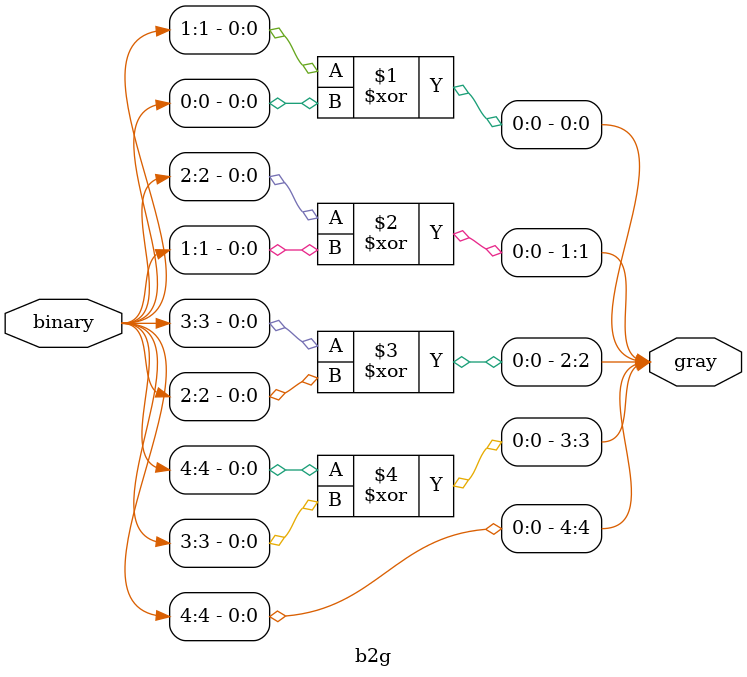
<source format=v>
module b2g (binary, gray);
input [4:0] binary;
output [4:0] gray;

assign gray[0] = binary[1] ^ binary[0];
assign gray[1] = binary[2] ^ binary[1];
assign gray[2] = binary[3] ^ binary[2];
assign gray[3] = binary[4] ^ binary[3];
assign gray[4] = binary[4];

endmodule
</source>
